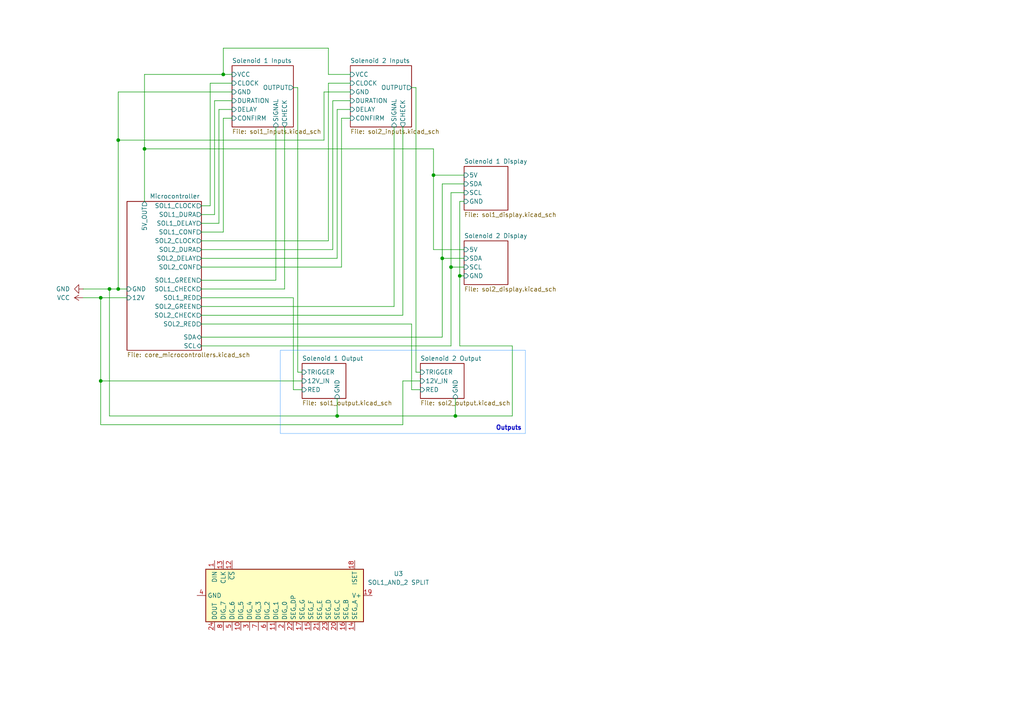
<source format=kicad_sch>
(kicad_sch
	(version 20231120)
	(generator "eeschema")
	(generator_version "8.0")
	(uuid "c8fb4b8d-0361-4798-b029-ef8709a5481b")
	(paper "A4")
	(title_block
		(title "3/4\" Garden Pipe Flow Controller")
	)
	(lib_symbols
		(symbol "Driver_LED:MAX7221xNG"
			(exclude_from_sim no)
			(in_bom yes)
			(on_board yes)
			(property "Reference" "U"
				(at -6.35 24.13 0)
				(effects
					(font
						(size 1.27 1.27)
					)
					(justify left bottom)
				)
			)
			(property "Value" "MAX7221xNG"
				(at 1.27 25.4 0)
				(effects
					(font
						(size 1.27 1.27)
					)
					(justify left top)
				)
			)
			(property "Footprint" "Package_DIP:DIP-24_W7.62mm"
				(at -1.27 1.27 0)
				(effects
					(font
						(size 1.27 1.27)
					)
					(hide yes)
				)
			)
			(property "Datasheet" "https://datasheets.maximintegrated.com/en/ds/MAX7219-MAX7221.pdf"
				(at 1.27 -3.81 0)
				(effects
					(font
						(size 1.27 1.27)
					)
					(hide yes)
				)
			)
			(property "Description" "Serially Interfaced, 8-Digit LED Display Driver, PDIP-24"
				(at 0 0 0)
				(effects
					(font
						(size 1.27 1.27)
					)
					(hide yes)
				)
			)
			(property "ki_keywords" "spi qspi microwire"
				(at 0 0 0)
				(effects
					(font
						(size 1.27 1.27)
					)
					(hide yes)
				)
			)
			(property "ki_fp_filters" "DIP*W7.62mm*"
				(at 0 0 0)
				(effects
					(font
						(size 1.27 1.27)
					)
					(hide yes)
				)
			)
			(symbol "MAX7221xNG_0_1"
				(rectangle
					(start -7.62 22.86)
					(end 7.62 -22.86)
					(stroke
						(width 0.254)
						(type default)
					)
					(fill
						(type background)
					)
				)
			)
			(symbol "MAX7221xNG_1_1"
				(pin input line
					(at -10.16 -20.32 0)
					(length 2.54)
					(name "DIN"
						(effects
							(font
								(size 1.27 1.27)
							)
						)
					)
					(number "1"
						(effects
							(font
								(size 1.27 1.27)
							)
						)
					)
				)
				(pin open_collector line
					(at 10.16 -12.7 180)
					(length 2.54)
					(name "DIG_5"
						(effects
							(font
								(size 1.27 1.27)
							)
						)
					)
					(number "10"
						(effects
							(font
								(size 1.27 1.27)
							)
						)
					)
				)
				(pin open_collector line
					(at 10.16 -2.54 180)
					(length 2.54)
					(name "DIG_1"
						(effects
							(font
								(size 1.27 1.27)
							)
						)
					)
					(number "11"
						(effects
							(font
								(size 1.27 1.27)
							)
						)
					)
				)
				(pin input line
					(at -10.16 -15.24 0)
					(length 2.54)
					(name "~{CS}"
						(effects
							(font
								(size 1.27 1.27)
							)
						)
					)
					(number "12"
						(effects
							(font
								(size 1.27 1.27)
							)
						)
					)
				)
				(pin input line
					(at -10.16 -17.78 0)
					(length 2.54)
					(name "CLK"
						(effects
							(font
								(size 1.27 1.27)
							)
						)
					)
					(number "13"
						(effects
							(font
								(size 1.27 1.27)
							)
						)
					)
				)
				(pin open_emitter line
					(at 10.16 20.32 180)
					(length 2.54)
					(name "SEG_A"
						(effects
							(font
								(size 1.27 1.27)
							)
						)
					)
					(number "14"
						(effects
							(font
								(size 1.27 1.27)
							)
						)
					)
				)
				(pin open_emitter line
					(at 10.16 7.62 180)
					(length 2.54)
					(name "SEG_F"
						(effects
							(font
								(size 1.27 1.27)
							)
						)
					)
					(number "15"
						(effects
							(font
								(size 1.27 1.27)
							)
						)
					)
				)
				(pin open_emitter line
					(at 10.16 17.78 180)
					(length 2.54)
					(name "SEG_B"
						(effects
							(font
								(size 1.27 1.27)
							)
						)
					)
					(number "16"
						(effects
							(font
								(size 1.27 1.27)
							)
						)
					)
				)
				(pin open_emitter line
					(at 10.16 5.08 180)
					(length 2.54)
					(name "SEG_G"
						(effects
							(font
								(size 1.27 1.27)
							)
						)
					)
					(number "17"
						(effects
							(font
								(size 1.27 1.27)
							)
						)
					)
				)
				(pin input line
					(at -10.16 20.32 0)
					(length 2.54)
					(name "ISET"
						(effects
							(font
								(size 1.27 1.27)
							)
						)
					)
					(number "18"
						(effects
							(font
								(size 1.27 1.27)
							)
						)
					)
				)
				(pin power_in line
					(at 0 25.4 270)
					(length 2.54)
					(name "V+"
						(effects
							(font
								(size 1.27 1.27)
							)
						)
					)
					(number "19"
						(effects
							(font
								(size 1.27 1.27)
							)
						)
					)
				)
				(pin open_collector line
					(at 10.16 0 180)
					(length 2.54)
					(name "DIG_0"
						(effects
							(font
								(size 1.27 1.27)
							)
						)
					)
					(number "2"
						(effects
							(font
								(size 1.27 1.27)
							)
						)
					)
				)
				(pin open_emitter line
					(at 10.16 15.24 180)
					(length 2.54)
					(name "SEG_C"
						(effects
							(font
								(size 1.27 1.27)
							)
						)
					)
					(number "20"
						(effects
							(font
								(size 1.27 1.27)
							)
						)
					)
				)
				(pin open_emitter line
					(at 10.16 10.16 180)
					(length 2.54)
					(name "SEG_E"
						(effects
							(font
								(size 1.27 1.27)
							)
						)
					)
					(number "21"
						(effects
							(font
								(size 1.27 1.27)
							)
						)
					)
				)
				(pin open_emitter line
					(at 10.16 2.54 180)
					(length 2.54)
					(name "SEG_DP"
						(effects
							(font
								(size 1.27 1.27)
							)
						)
					)
					(number "22"
						(effects
							(font
								(size 1.27 1.27)
							)
						)
					)
				)
				(pin open_emitter line
					(at 10.16 12.7 180)
					(length 2.54)
					(name "SEG_D"
						(effects
							(font
								(size 1.27 1.27)
							)
						)
					)
					(number "23"
						(effects
							(font
								(size 1.27 1.27)
							)
						)
					)
				)
				(pin output line
					(at 10.16 -20.32 180)
					(length 2.54)
					(name "DOUT"
						(effects
							(font
								(size 1.27 1.27)
							)
						)
					)
					(number "24"
						(effects
							(font
								(size 1.27 1.27)
							)
						)
					)
				)
				(pin open_collector line
					(at 10.16 -10.16 180)
					(length 2.54)
					(name "DIG_4"
						(effects
							(font
								(size 1.27 1.27)
							)
						)
					)
					(number "3"
						(effects
							(font
								(size 1.27 1.27)
							)
						)
					)
				)
				(pin power_in line
					(at 0 -25.4 90)
					(length 2.54)
					(name "GND"
						(effects
							(font
								(size 1.27 1.27)
							)
						)
					)
					(number "4"
						(effects
							(font
								(size 1.27 1.27)
							)
						)
					)
				)
				(pin open_collector line
					(at 10.16 -15.24 180)
					(length 2.54)
					(name "DIG_6"
						(effects
							(font
								(size 1.27 1.27)
							)
						)
					)
					(number "5"
						(effects
							(font
								(size 1.27 1.27)
							)
						)
					)
				)
				(pin open_collector line
					(at 10.16 -5.08 180)
					(length 2.54)
					(name "DIG_2"
						(effects
							(font
								(size 1.27 1.27)
							)
						)
					)
					(number "6"
						(effects
							(font
								(size 1.27 1.27)
							)
						)
					)
				)
				(pin open_collector line
					(at 10.16 -7.62 180)
					(length 2.54)
					(name "DIG_3"
						(effects
							(font
								(size 1.27 1.27)
							)
						)
					)
					(number "7"
						(effects
							(font
								(size 1.27 1.27)
							)
						)
					)
				)
				(pin open_collector line
					(at 10.16 -17.78 180)
					(length 2.54)
					(name "DIG_7"
						(effects
							(font
								(size 1.27 1.27)
							)
						)
					)
					(number "8"
						(effects
							(font
								(size 1.27 1.27)
							)
						)
					)
				)
				(pin passive line
					(at 0 -25.4 90)
					(length 2.54) hide
					(name "GND"
						(effects
							(font
								(size 1.27 1.27)
							)
						)
					)
					(number "9"
						(effects
							(font
								(size 1.27 1.27)
							)
						)
					)
				)
			)
		)
		(symbol "power:GND"
			(power)
			(pin_numbers hide)
			(pin_names
				(offset 0) hide)
			(exclude_from_sim no)
			(in_bom yes)
			(on_board yes)
			(property "Reference" "#PWR"
				(at 0 -6.35 0)
				(effects
					(font
						(size 1.27 1.27)
					)
					(hide yes)
				)
			)
			(property "Value" "GND"
				(at 0 -3.81 0)
				(effects
					(font
						(size 1.27 1.27)
					)
				)
			)
			(property "Footprint" ""
				(at 0 0 0)
				(effects
					(font
						(size 1.27 1.27)
					)
					(hide yes)
				)
			)
			(property "Datasheet" ""
				(at 0 0 0)
				(effects
					(font
						(size 1.27 1.27)
					)
					(hide yes)
				)
			)
			(property "Description" "Power symbol creates a global label with name \"GND\" , ground"
				(at 0 0 0)
				(effects
					(font
						(size 1.27 1.27)
					)
					(hide yes)
				)
			)
			(property "ki_keywords" "global power"
				(at 0 0 0)
				(effects
					(font
						(size 1.27 1.27)
					)
					(hide yes)
				)
			)
			(symbol "GND_0_1"
				(polyline
					(pts
						(xy 0 0) (xy 0 -1.27) (xy 1.27 -1.27) (xy 0 -2.54) (xy -1.27 -1.27) (xy 0 -1.27)
					)
					(stroke
						(width 0)
						(type default)
					)
					(fill
						(type none)
					)
				)
			)
			(symbol "GND_1_1"
				(pin power_in line
					(at 0 0 270)
					(length 0)
					(name "~"
						(effects
							(font
								(size 1.27 1.27)
							)
						)
					)
					(number "1"
						(effects
							(font
								(size 1.27 1.27)
							)
						)
					)
				)
			)
		)
		(symbol "power:VCC"
			(power)
			(pin_numbers hide)
			(pin_names
				(offset 0) hide)
			(exclude_from_sim no)
			(in_bom yes)
			(on_board yes)
			(property "Reference" "#PWR"
				(at 0 -3.81 0)
				(effects
					(font
						(size 1.27 1.27)
					)
					(hide yes)
				)
			)
			(property "Value" "VCC"
				(at 0 3.556 0)
				(effects
					(font
						(size 1.27 1.27)
					)
				)
			)
			(property "Footprint" ""
				(at 0 0 0)
				(effects
					(font
						(size 1.27 1.27)
					)
					(hide yes)
				)
			)
			(property "Datasheet" ""
				(at 0 0 0)
				(effects
					(font
						(size 1.27 1.27)
					)
					(hide yes)
				)
			)
			(property "Description" "Power symbol creates a global label with name \"VCC\""
				(at 0 0 0)
				(effects
					(font
						(size 1.27 1.27)
					)
					(hide yes)
				)
			)
			(property "ki_keywords" "global power"
				(at 0 0 0)
				(effects
					(font
						(size 1.27 1.27)
					)
					(hide yes)
				)
			)
			(symbol "VCC_0_1"
				(polyline
					(pts
						(xy -0.762 1.27) (xy 0 2.54)
					)
					(stroke
						(width 0)
						(type default)
					)
					(fill
						(type none)
					)
				)
				(polyline
					(pts
						(xy 0 0) (xy 0 2.54)
					)
					(stroke
						(width 0)
						(type default)
					)
					(fill
						(type none)
					)
				)
				(polyline
					(pts
						(xy 0 2.54) (xy 0.762 1.27)
					)
					(stroke
						(width 0)
						(type default)
					)
					(fill
						(type none)
					)
				)
			)
			(symbol "VCC_1_1"
				(pin power_in line
					(at 0 0 90)
					(length 0)
					(name "~"
						(effects
							(font
								(size 1.27 1.27)
							)
						)
					)
					(number "1"
						(effects
							(font
								(size 1.27 1.27)
							)
						)
					)
				)
			)
		)
	)
	(junction
		(at 34.29 40.64)
		(diameter 0)
		(color 0 0 0 0)
		(uuid "0a77c933-706a-4efb-81c5-7b2c5c611dbd")
	)
	(junction
		(at 29.21 86.36)
		(diameter 0)
		(color 0 0 0 0)
		(uuid "48836f7f-102c-43d6-a468-db0129488bf3")
	)
	(junction
		(at 133.35 80.01)
		(diameter 0)
		(color 0 0 0 0)
		(uuid "5f277499-1ffc-41b3-a94d-b00106cb2161")
	)
	(junction
		(at 34.29 83.82)
		(diameter 0)
		(color 0 0 0 0)
		(uuid "64454c39-c320-40e7-87c3-12bcf7bfee79")
	)
	(junction
		(at 125.73 50.8)
		(diameter 0)
		(color 0 0 0 0)
		(uuid "74fea736-2462-429a-ac93-25db6046c349")
	)
	(junction
		(at 132.08 120.65)
		(diameter 0)
		(color 0 0 0 0)
		(uuid "7b8672ee-5bfa-413f-b9cb-53967b2f3bb0")
	)
	(junction
		(at 41.91 43.18)
		(diameter 0)
		(color 0 0 0 0)
		(uuid "98f48fec-88d9-485a-a72c-9e20b0a53b93")
	)
	(junction
		(at 97.79 120.65)
		(diameter 0)
		(color 0 0 0 0)
		(uuid "99078ca5-9655-4e77-962a-a0caecc57bd1")
	)
	(junction
		(at 64.77 21.59)
		(diameter 0)
		(color 0 0 0 0)
		(uuid "b5d9eb64-1497-433b-9a60-7ce7465fba13")
	)
	(junction
		(at 31.75 83.82)
		(diameter 0)
		(color 0 0 0 0)
		(uuid "c12a9dee-afb7-44e8-8150-348078b928d8")
	)
	(junction
		(at 130.81 77.47)
		(diameter 0)
		(color 0 0 0 0)
		(uuid "ebfcbb6a-3817-409b-ac46-d65e05ab4e01")
	)
	(junction
		(at 128.27 74.93)
		(diameter 0)
		(color 0 0 0 0)
		(uuid "f3da940e-2595-4e7f-b532-02f8d9bc9c87")
	)
	(junction
		(at 29.21 110.49)
		(diameter 0)
		(color 0 0 0 0)
		(uuid "f99dabca-eeb1-47c7-8f17-55eb63117319")
	)
	(wire
		(pts
			(xy 60.96 59.69) (xy 58.42 59.69)
		)
		(stroke
			(width 0)
			(type default)
		)
		(uuid "0571d8b8-5d17-4295-ae59-36bf2ab482e4")
	)
	(wire
		(pts
			(xy 130.81 77.47) (xy 134.62 77.47)
		)
		(stroke
			(width 0)
			(type default)
		)
		(uuid "062d7f40-5bca-4602-92e8-0c4d69645883")
	)
	(wire
		(pts
			(xy 95.25 13.97) (xy 64.77 13.97)
		)
		(stroke
			(width 0)
			(type default)
		)
		(uuid "0782af5e-10a7-4b36-b20c-7f1c0e7c6856")
	)
	(wire
		(pts
			(xy 125.73 50.8) (xy 134.62 50.8)
		)
		(stroke
			(width 0)
			(type default)
		)
		(uuid "0d80cc55-0db0-4fdf-864b-b924ccd014da")
	)
	(wire
		(pts
			(xy 63.5 64.77) (xy 58.42 64.77)
		)
		(stroke
			(width 0)
			(type default)
		)
		(uuid "0f4600ce-1cbb-4839-b7fd-0bc1a420f2c4")
	)
	(wire
		(pts
			(xy 133.35 100.33) (xy 148.59 100.33)
		)
		(stroke
			(width 0)
			(type default)
		)
		(uuid "12554d47-9934-429e-98a1-70c80ffec60c")
	)
	(wire
		(pts
			(xy 67.31 31.75) (xy 63.5 31.75)
		)
		(stroke
			(width 0)
			(type default)
		)
		(uuid "15644ba6-c65b-43a9-afa8-13cee07629f1")
	)
	(wire
		(pts
			(xy 120.65 25.4) (xy 120.65 107.95)
		)
		(stroke
			(width 0)
			(type default)
		)
		(uuid "15ff9632-8342-44e7-bb74-ede04b4337f9")
	)
	(wire
		(pts
			(xy 95.25 21.59) (xy 95.25 13.97)
		)
		(stroke
			(width 0)
			(type default)
		)
		(uuid "164ae5c5-b24b-431c-be8f-037ddaae8772")
	)
	(wire
		(pts
			(xy 64.77 34.29) (xy 67.31 34.29)
		)
		(stroke
			(width 0)
			(type default)
		)
		(uuid "1a163f51-f8a9-4d0e-aef1-d146f14c8bef")
	)
	(wire
		(pts
			(xy 64.77 13.97) (xy 64.77 21.59)
		)
		(stroke
			(width 0)
			(type default)
		)
		(uuid "1b711c83-fc07-4b79-a2d7-65a01afacdaf")
	)
	(wire
		(pts
			(xy 96.52 72.39) (xy 58.42 72.39)
		)
		(stroke
			(width 0)
			(type default)
		)
		(uuid "1efb4d31-2d16-4d4b-be2e-ba411b815483")
	)
	(wire
		(pts
			(xy 128.27 74.93) (xy 128.27 53.34)
		)
		(stroke
			(width 0)
			(type default)
		)
		(uuid "25f61135-8f18-4ff8-b245-baf0c9e6f020")
	)
	(wire
		(pts
			(xy 58.42 91.44) (xy 116.84 91.44)
		)
		(stroke
			(width 0)
			(type default)
		)
		(uuid "26daad98-40ce-451d-aaab-abdb0cb3effe")
	)
	(wire
		(pts
			(xy 148.59 100.33) (xy 148.59 120.65)
		)
		(stroke
			(width 0)
			(type default)
		)
		(uuid "2749128f-acbf-404d-9e67-625e557512db")
	)
	(wire
		(pts
			(xy 130.81 55.88) (xy 134.62 55.88)
		)
		(stroke
			(width 0)
			(type default)
		)
		(uuid "277cba8c-a72d-46d9-be78-cf4471b6691c")
	)
	(wire
		(pts
			(xy 119.38 113.03) (xy 121.92 113.03)
		)
		(stroke
			(width 0)
			(type default)
		)
		(uuid "2ec25387-afa2-486c-b570-c5f6b55a6a3c")
	)
	(wire
		(pts
			(xy 130.81 77.47) (xy 130.81 55.88)
		)
		(stroke
			(width 0)
			(type default)
		)
		(uuid "2f51eb21-3057-425c-97b0-447174a9855a")
	)
	(wire
		(pts
			(xy 41.91 43.18) (xy 125.73 43.18)
		)
		(stroke
			(width 0)
			(type default)
		)
		(uuid "395dd5f6-c00f-432f-8f9a-39c71f6564fc")
	)
	(wire
		(pts
			(xy 86.36 25.4) (xy 86.36 107.95)
		)
		(stroke
			(width 0)
			(type default)
		)
		(uuid "3c12b0ca-c09d-40f4-ab4f-2194995d2546")
	)
	(wire
		(pts
			(xy 121.92 110.49) (xy 116.84 110.49)
		)
		(stroke
			(width 0)
			(type default)
		)
		(uuid "40d350d9-a04a-45c5-b3c5-a687b74747b0")
	)
	(wire
		(pts
			(xy 29.21 110.49) (xy 29.21 123.19)
		)
		(stroke
			(width 0)
			(type default)
		)
		(uuid "4a3fddff-b27f-429c-8002-5b6b721dc425")
	)
	(wire
		(pts
			(xy 24.13 86.36) (xy 29.21 86.36)
		)
		(stroke
			(width 0)
			(type default)
		)
		(uuid "4b681be2-59a7-423f-b491-f0c8d96b96a1")
	)
	(wire
		(pts
			(xy 82.55 36.83) (xy 82.55 83.82)
		)
		(stroke
			(width 0)
			(type default)
		)
		(uuid "5018386a-dedc-4410-bff0-f16193b103cd")
	)
	(wire
		(pts
			(xy 95.25 24.13) (xy 101.6 24.13)
		)
		(stroke
			(width 0)
			(type default)
		)
		(uuid "50321c56-001d-4d41-a849-d50c8745c5bd")
	)
	(wire
		(pts
			(xy 119.38 25.4) (xy 120.65 25.4)
		)
		(stroke
			(width 0)
			(type default)
		)
		(uuid "5211fcf1-197c-4cd2-8889-2c6b43fe07ad")
	)
	(wire
		(pts
			(xy 41.91 21.59) (xy 41.91 43.18)
		)
		(stroke
			(width 0)
			(type default)
		)
		(uuid "5943fd88-122c-449b-bcd1-a5b923c19fcf")
	)
	(wire
		(pts
			(xy 58.42 74.93) (xy 97.79 74.93)
		)
		(stroke
			(width 0)
			(type default)
		)
		(uuid "5bc9c642-0a66-43aa-b306-c995677707cf")
	)
	(wire
		(pts
			(xy 125.73 72.39) (xy 125.73 50.8)
		)
		(stroke
			(width 0)
			(type default)
		)
		(uuid "5c29bf35-898e-4e84-9ad8-2cde184103c9")
	)
	(wire
		(pts
			(xy 58.42 69.85) (xy 95.25 69.85)
		)
		(stroke
			(width 0)
			(type default)
		)
		(uuid "5c51487a-070c-4e45-8a90-45ddc1e17a58")
	)
	(wire
		(pts
			(xy 58.42 86.36) (xy 85.09 86.36)
		)
		(stroke
			(width 0)
			(type default)
		)
		(uuid "5cda63af-617d-47bb-b011-ae525c584216")
	)
	(wire
		(pts
			(xy 62.23 29.21) (xy 67.31 29.21)
		)
		(stroke
			(width 0)
			(type default)
		)
		(uuid "5f21bcb7-632a-4f82-88cb-2abe34da8279")
	)
	(wire
		(pts
			(xy 67.31 26.67) (xy 34.29 26.67)
		)
		(stroke
			(width 0)
			(type default)
		)
		(uuid "5f578082-d497-4500-b2e4-d02a3f8916ab")
	)
	(wire
		(pts
			(xy 96.52 29.21) (xy 96.52 72.39)
		)
		(stroke
			(width 0)
			(type default)
		)
		(uuid "5f781602-9fb3-4089-b32a-e7c74f5b46ad")
	)
	(wire
		(pts
			(xy 80.01 36.83) (xy 80.01 81.28)
		)
		(stroke
			(width 0)
			(type default)
		)
		(uuid "61ca0b63-64c9-4159-ad72-64bcf9ce66f3")
	)
	(wire
		(pts
			(xy 97.79 120.65) (xy 31.75 120.65)
		)
		(stroke
			(width 0)
			(type default)
		)
		(uuid "66a5ce86-f490-49a8-b24b-5ca50350e2f2")
	)
	(wire
		(pts
			(xy 97.79 115.57) (xy 97.79 120.65)
		)
		(stroke
			(width 0)
			(type default)
		)
		(uuid "677820d5-6243-435b-91f9-c03878f4e64c")
	)
	(wire
		(pts
			(xy 133.35 80.01) (xy 134.62 80.01)
		)
		(stroke
			(width 0)
			(type default)
		)
		(uuid "6bacc183-e6a6-4735-9f85-85ddcc29c192")
	)
	(wire
		(pts
			(xy 29.21 86.36) (xy 29.21 110.49)
		)
		(stroke
			(width 0)
			(type default)
		)
		(uuid "6e3de389-5c18-4827-99d2-4680c5410b46")
	)
	(wire
		(pts
			(xy 101.6 26.67) (xy 93.98 26.67)
		)
		(stroke
			(width 0)
			(type default)
		)
		(uuid "708c3b46-a4c3-4d6b-88da-927b59ad78fc")
	)
	(wire
		(pts
			(xy 64.77 67.31) (xy 64.77 34.29)
		)
		(stroke
			(width 0)
			(type default)
		)
		(uuid "73499612-a2aa-40e3-a0cf-6b9f309072c7")
	)
	(wire
		(pts
			(xy 34.29 26.67) (xy 34.29 40.64)
		)
		(stroke
			(width 0)
			(type default)
		)
		(uuid "74c7fd21-977f-4018-97f8-9729b2a8c21d")
	)
	(wire
		(pts
			(xy 97.79 74.93) (xy 97.79 31.75)
		)
		(stroke
			(width 0)
			(type default)
		)
		(uuid "77e42746-1320-4cab-a7e5-745d1a1aa410")
	)
	(wire
		(pts
			(xy 125.73 50.8) (xy 125.73 43.18)
		)
		(stroke
			(width 0)
			(type default)
		)
		(uuid "7a1f90be-2981-4fa8-bc56-59ed6b8f56c0")
	)
	(wire
		(pts
			(xy 116.84 123.19) (xy 29.21 123.19)
		)
		(stroke
			(width 0)
			(type default)
		)
		(uuid "7a3f2e70-5a25-4b5b-b72e-5b1a07087006")
	)
	(wire
		(pts
			(xy 58.42 62.23) (xy 62.23 62.23)
		)
		(stroke
			(width 0)
			(type default)
		)
		(uuid "7ce8a032-322b-4139-89df-1d7520aa4464")
	)
	(wire
		(pts
			(xy 58.42 93.98) (xy 119.38 93.98)
		)
		(stroke
			(width 0)
			(type default)
		)
		(uuid "7e507f3b-14e5-4881-855f-8f5caf42dc02")
	)
	(wire
		(pts
			(xy 97.79 31.75) (xy 101.6 31.75)
		)
		(stroke
			(width 0)
			(type default)
		)
		(uuid "7ed4c9e7-cd1c-4860-b607-8c9b19479156")
	)
	(wire
		(pts
			(xy 67.31 24.13) (xy 60.96 24.13)
		)
		(stroke
			(width 0)
			(type default)
		)
		(uuid "7f6ea84c-2acb-46cb-8b2c-6423d6fc296e")
	)
	(wire
		(pts
			(xy 85.09 113.03) (xy 87.63 113.03)
		)
		(stroke
			(width 0)
			(type default)
		)
		(uuid "80818036-52c4-4230-a23c-59ce8a344699")
	)
	(wire
		(pts
			(xy 80.01 81.28) (xy 58.42 81.28)
		)
		(stroke
			(width 0)
			(type default)
		)
		(uuid "82cae9c1-ca60-4bcd-828d-9631fa7aed87")
	)
	(wire
		(pts
			(xy 133.35 80.01) (xy 133.35 100.33)
		)
		(stroke
			(width 0)
			(type default)
		)
		(uuid "82f3633e-af34-4442-92d7-d07d52768221")
	)
	(wire
		(pts
			(xy 93.98 26.67) (xy 93.98 40.64)
		)
		(stroke
			(width 0)
			(type default)
		)
		(uuid "85ad19e0-02a7-44e1-bd00-75149d7082e5")
	)
	(wire
		(pts
			(xy 134.62 72.39) (xy 125.73 72.39)
		)
		(stroke
			(width 0)
			(type default)
		)
		(uuid "86903c46-1c1a-44d4-adc2-f362bdc44216")
	)
	(wire
		(pts
			(xy 148.59 120.65) (xy 132.08 120.65)
		)
		(stroke
			(width 0)
			(type default)
		)
		(uuid "8993d233-42a3-4dcd-b417-b291679d4835")
	)
	(wire
		(pts
			(xy 34.29 83.82) (xy 36.83 83.82)
		)
		(stroke
			(width 0)
			(type default)
		)
		(uuid "904d45c2-1e1d-48bf-b269-0648ee6bf50c")
	)
	(wire
		(pts
			(xy 82.55 83.82) (xy 58.42 83.82)
		)
		(stroke
			(width 0)
			(type default)
		)
		(uuid "91c61118-db5a-4f0e-9ba5-a4a9fe336bf2")
	)
	(wire
		(pts
			(xy 58.42 88.9) (xy 114.3 88.9)
		)
		(stroke
			(width 0)
			(type default)
		)
		(uuid "96cd87be-a6e4-43cd-9631-1d4e2d29318e")
	)
	(wire
		(pts
			(xy 67.31 21.59) (xy 64.77 21.59)
		)
		(stroke
			(width 0)
			(type default)
		)
		(uuid "98a63aa6-3e77-40b2-9735-09136cc45ba7")
	)
	(wire
		(pts
			(xy 58.42 67.31) (xy 64.77 67.31)
		)
		(stroke
			(width 0)
			(type default)
		)
		(uuid "98e21e8e-ea31-4202-9c41-73099886b704")
	)
	(wire
		(pts
			(xy 132.08 115.57) (xy 132.08 120.65)
		)
		(stroke
			(width 0)
			(type default)
		)
		(uuid "9b9ab8a7-b743-41e1-adde-77a66b227b2d")
	)
	(wire
		(pts
			(xy 120.65 107.95) (xy 121.92 107.95)
		)
		(stroke
			(width 0)
			(type default)
		)
		(uuid "a83b0253-f3d2-44a0-ab58-43acd5fbfda8")
	)
	(wire
		(pts
			(xy 132.08 120.65) (xy 97.79 120.65)
		)
		(stroke
			(width 0)
			(type default)
		)
		(uuid "a99a3326-91bd-4128-b644-22e7a88230c5")
	)
	(wire
		(pts
			(xy 128.27 97.79) (xy 128.27 74.93)
		)
		(stroke
			(width 0)
			(type default)
		)
		(uuid "ab70c420-5cd1-422a-9547-14e4860b08ee")
	)
	(wire
		(pts
			(xy 99.06 77.47) (xy 58.42 77.47)
		)
		(stroke
			(width 0)
			(type default)
		)
		(uuid "ad08ebdd-bca4-4425-8b4e-76c662223353")
	)
	(wire
		(pts
			(xy 101.6 34.29) (xy 99.06 34.29)
		)
		(stroke
			(width 0)
			(type default)
		)
		(uuid "ad128b95-d8f2-4fd2-a951-92914fb462eb")
	)
	(wire
		(pts
			(xy 116.84 91.44) (xy 116.84 36.83)
		)
		(stroke
			(width 0)
			(type default)
		)
		(uuid "ad60a5a1-c448-4ffb-878d-96c4324bffa3")
	)
	(wire
		(pts
			(xy 134.62 58.42) (xy 133.35 58.42)
		)
		(stroke
			(width 0)
			(type default)
		)
		(uuid "b583b83f-5911-4820-ad6c-651897960f64")
	)
	(wire
		(pts
			(xy 34.29 40.64) (xy 34.29 83.82)
		)
		(stroke
			(width 0)
			(type default)
		)
		(uuid "b89d8d03-6c0f-4b5a-9794-e354adfc0b58")
	)
	(wire
		(pts
			(xy 31.75 83.82) (xy 34.29 83.82)
		)
		(stroke
			(width 0)
			(type default)
		)
		(uuid "ba82e63a-e450-4a53-8895-8dfcfa21a414")
	)
	(wire
		(pts
			(xy 29.21 110.49) (xy 87.63 110.49)
		)
		(stroke
			(width 0)
			(type default)
		)
		(uuid "bc68633d-f58e-4c83-b812-0ca37dbb088d")
	)
	(wire
		(pts
			(xy 63.5 31.75) (xy 63.5 64.77)
		)
		(stroke
			(width 0)
			(type default)
		)
		(uuid "c396b4fd-1907-4f0b-a25b-791b74cb4442")
	)
	(wire
		(pts
			(xy 41.91 43.18) (xy 41.91 58.42)
		)
		(stroke
			(width 0)
			(type default)
		)
		(uuid "cd010501-4bbd-4621-939c-ad272dd3afd0")
	)
	(wire
		(pts
			(xy 58.42 97.79) (xy 128.27 97.79)
		)
		(stroke
			(width 0)
			(type default)
		)
		(uuid "d1bfa9b6-b6ab-4553-8006-d209871cc0f7")
	)
	(wire
		(pts
			(xy 85.09 25.4) (xy 86.36 25.4)
		)
		(stroke
			(width 0)
			(type default)
		)
		(uuid "d43ce86d-2c1b-4811-a330-52f7d3980cc4")
	)
	(wire
		(pts
			(xy 31.75 120.65) (xy 31.75 83.82)
		)
		(stroke
			(width 0)
			(type default)
		)
		(uuid "d56d9cad-32ab-405e-af9a-627fb1526765")
	)
	(wire
		(pts
			(xy 128.27 74.93) (xy 134.62 74.93)
		)
		(stroke
			(width 0)
			(type default)
		)
		(uuid "d6955a74-ba91-4b42-93d2-1c9e25e6063e")
	)
	(wire
		(pts
			(xy 133.35 58.42) (xy 133.35 80.01)
		)
		(stroke
			(width 0)
			(type default)
		)
		(uuid "da3edb01-31b5-4e0c-aec5-f385a8d0f4c3")
	)
	(wire
		(pts
			(xy 86.36 107.95) (xy 87.63 107.95)
		)
		(stroke
			(width 0)
			(type default)
		)
		(uuid "e15b921f-7a11-476d-95d3-58e425dc5f00")
	)
	(wire
		(pts
			(xy 101.6 29.21) (xy 96.52 29.21)
		)
		(stroke
			(width 0)
			(type default)
		)
		(uuid "e19b35ca-294f-4b35-bb4f-77891476f109")
	)
	(wire
		(pts
			(xy 95.25 69.85) (xy 95.25 24.13)
		)
		(stroke
			(width 0)
			(type default)
		)
		(uuid "e1e67b8a-7e9d-4e7e-b3a8-6d368e7cc5c3")
	)
	(wire
		(pts
			(xy 62.23 62.23) (xy 62.23 29.21)
		)
		(stroke
			(width 0)
			(type default)
		)
		(uuid "e27a8825-9e54-48c7-af0e-b330443b2c55")
	)
	(wire
		(pts
			(xy 119.38 93.98) (xy 119.38 113.03)
		)
		(stroke
			(width 0)
			(type default)
		)
		(uuid "e31fd8bc-0665-47cb-9aa9-e96880618ece")
	)
	(wire
		(pts
			(xy 64.77 21.59) (xy 41.91 21.59)
		)
		(stroke
			(width 0)
			(type default)
		)
		(uuid "e3b99066-6df8-46a2-810b-07d4d6b1af69")
	)
	(wire
		(pts
			(xy 58.42 100.33) (xy 130.81 100.33)
		)
		(stroke
			(width 0)
			(type default)
		)
		(uuid "e78d1223-8d8a-4960-8e9d-f967a08bb4fb")
	)
	(wire
		(pts
			(xy 24.13 83.82) (xy 31.75 83.82)
		)
		(stroke
			(width 0)
			(type default)
		)
		(uuid "e840f76c-0236-43d7-a763-8f27a810159d")
	)
	(wire
		(pts
			(xy 85.09 86.36) (xy 85.09 113.03)
		)
		(stroke
			(width 0)
			(type default)
		)
		(uuid "e8713cbf-05a5-439c-82cf-98aa24379ffc")
	)
	(wire
		(pts
			(xy 116.84 110.49) (xy 116.84 123.19)
		)
		(stroke
			(width 0)
			(type default)
		)
		(uuid "e88aaa77-42fa-4d77-b5e4-dcfe667b7636")
	)
	(wire
		(pts
			(xy 99.06 34.29) (xy 99.06 77.47)
		)
		(stroke
			(width 0)
			(type default)
		)
		(uuid "e941319c-c800-46c6-b988-dd04fae46e4f")
	)
	(wire
		(pts
			(xy 95.25 21.59) (xy 101.6 21.59)
		)
		(stroke
			(width 0)
			(type default)
		)
		(uuid "ea48ff79-bf7c-495b-88d5-f1975a298c25")
	)
	(wire
		(pts
			(xy 93.98 40.64) (xy 34.29 40.64)
		)
		(stroke
			(width 0)
			(type default)
		)
		(uuid "eb7825cd-403e-48b1-8d72-0d7d4000a9f5")
	)
	(wire
		(pts
			(xy 60.96 24.13) (xy 60.96 59.69)
		)
		(stroke
			(width 0)
			(type default)
		)
		(uuid "ebe47897-ad5d-487c-adda-a49566f79d6e")
	)
	(wire
		(pts
			(xy 130.81 100.33) (xy 130.81 77.47)
		)
		(stroke
			(width 0)
			(type default)
		)
		(uuid "ecbb4382-92d5-4cf5-b3f9-c89e042f8ef8")
	)
	(wire
		(pts
			(xy 114.3 88.9) (xy 114.3 36.83)
		)
		(stroke
			(width 0)
			(type default)
		)
		(uuid "eefb47c3-00fa-4a87-8c02-bad557900379")
	)
	(wire
		(pts
			(xy 128.27 53.34) (xy 134.62 53.34)
		)
		(stroke
			(width 0)
			(type default)
		)
		(uuid "fe2a1785-9a15-4a01-b67b-ece7e40ea9b9")
	)
	(wire
		(pts
			(xy 29.21 86.36) (xy 36.83 86.36)
		)
		(stroke
			(width 0)
			(type default)
		)
		(uuid "fe8eb708-c795-4032-872d-93ca72de6322")
	)
	(rectangle
		(start 81.28 101.6)
		(end 152.4 125.73)
		(stroke
			(width 0.0508)
			(type solid)
			(color 10 131 255 1)
		)
		(fill
			(type none)
		)
		(uuid 9316b791-f9ab-4af9-849c-f634efc9bf9a)
	)
	(text "Outputs"
		(exclude_from_sim no)
		(at 147.574 124.206 0)
		(effects
			(font
				(size 1.27 1.27)
				(thickness 0.254)
				(bold yes)
			)
		)
		(uuid "9d6d7533-7d99-430a-a0c7-8751ec2183f8")
	)
	(symbol
		(lib_id "power:GND")
		(at 24.13 83.82 270)
		(unit 1)
		(exclude_from_sim no)
		(in_bom yes)
		(on_board yes)
		(dnp no)
		(fields_autoplaced yes)
		(uuid "315534a8-e273-4b0c-aaad-8bce651773b7")
		(property "Reference" "#PWR06"
			(at 17.78 83.82 0)
			(effects
				(font
					(size 1.27 1.27)
				)
				(hide yes)
			)
		)
		(property "Value" "GND"
			(at 20.32 83.8199 90)
			(effects
				(font
					(size 1.27 1.27)
				)
				(justify right)
			)
		)
		(property "Footprint" ""
			(at 24.13 83.82 0)
			(effects
				(font
					(size 1.27 1.27)
				)
				(hide yes)
			)
		)
		(property "Datasheet" ""
			(at 24.13 83.82 0)
			(effects
				(font
					(size 1.27 1.27)
				)
				(hide yes)
			)
		)
		(property "Description" "Power symbol creates a global label with name \"GND\" , ground"
			(at 24.13 83.82 0)
			(effects
				(font
					(size 1.27 1.27)
				)
				(hide yes)
			)
		)
		(pin "1"
			(uuid "7fbf3f44-468e-4f81-a703-890ae8cc020a")
		)
		(instances
			(project "flowcontrol"
				(path "/c8fb4b8d-0361-4798-b029-ef8709a5481b"
					(reference "#PWR06")
					(unit 1)
				)
			)
		)
	)
	(symbol
		(lib_id "power:VCC")
		(at 24.13 86.36 90)
		(unit 1)
		(exclude_from_sim no)
		(in_bom yes)
		(on_board yes)
		(dnp no)
		(fields_autoplaced yes)
		(uuid "44d3f0d4-b2b1-4853-94a4-5064c568594f")
		(property "Reference" "#PWR05"
			(at 27.94 86.36 0)
			(effects
				(font
					(size 1.27 1.27)
				)
				(hide yes)
			)
		)
		(property "Value" "VCC"
			(at 20.32 86.3599 90)
			(effects
				(font
					(size 1.27 1.27)
				)
				(justify left)
			)
		)
		(property "Footprint" ""
			(at 24.13 86.36 0)
			(effects
				(font
					(size 1.27 1.27)
				)
				(hide yes)
			)
		)
		(property "Datasheet" ""
			(at 24.13 86.36 0)
			(effects
				(font
					(size 1.27 1.27)
				)
				(hide yes)
			)
		)
		(property "Description" "Power symbol creates a global label with name \"VCC\""
			(at 24.13 86.36 0)
			(effects
				(font
					(size 1.27 1.27)
				)
				(hide yes)
			)
		)
		(pin "1"
			(uuid "0d2f59ae-f25b-4bf3-8a99-7488f6e5acce")
		)
		(instances
			(project ""
				(path "/c8fb4b8d-0361-4798-b029-ef8709a5481b"
					(reference "#PWR05")
					(unit 1)
				)
			)
		)
	)
	(symbol
		(lib_id "Driver_LED:MAX7221xNG")
		(at 82.55 172.72 270)
		(unit 1)
		(exclude_from_sim no)
		(in_bom yes)
		(on_board yes)
		(dnp no)
		(fields_autoplaced yes)
		(uuid "7d588d6b-6bc3-4dca-a1db-3ddfceb3a16f")
		(property "Reference" "U3"
			(at 115.57 166.4014 90)
			(effects
				(font
					(size 1.27 1.27)
				)
			)
		)
		(property "Value" "SOL1_AND_2 SPLIT"
			(at 115.57 168.9414 90)
			(effects
				(font
					(size 1.27 1.27)
				)
			)
		)
		(property "Footprint" "Package_DIP:DIP-28_W7.62mm"
			(at 83.82 171.45 0)
			(effects
				(font
					(size 1.27 1.27)
				)
				(hide yes)
			)
		)
		(property "Datasheet" "https://datasheets.maximintegrated.com/en/ds/MAX7219-MAX7221.pdf"
			(at 78.74 173.99 0)
			(effects
				(font
					(size 1.27 1.27)
				)
				(hide yes)
			)
		)
		(property "Description" "Serially Interfaced, 8-Digit LED Display Driver, PDIP-24"
			(at 82.55 172.72 0)
			(effects
				(font
					(size 1.27 1.27)
				)
				(hide yes)
			)
		)
		(pin "15"
			(uuid "f72b3c96-b895-4ae4-bad0-0e597b2dfafd")
		)
		(pin "5"
			(uuid "822852b6-47b3-4688-b380-1ea501248c5d")
		)
		(pin "14"
			(uuid "bd517303-b8fc-410f-bbff-5c51aafc59de")
		)
		(pin "10"
			(uuid "a2406e25-469e-4730-a9ef-989664b22de2")
		)
		(pin "12"
			(uuid "8afaa40b-b9bc-438e-a30b-e0474a867e0d")
		)
		(pin "16"
			(uuid "a8e03c90-3c79-4c86-99f8-520b2367d910")
		)
		(pin "18"
			(uuid "c01a7853-2a4c-4485-b954-7f5334d234e4")
		)
		(pin "19"
			(uuid "0762e84f-93a2-4899-a558-4bb1e7466cfc")
		)
		(pin "20"
			(uuid "6785a2a5-1117-4d91-bca0-f5e634d0b0ed")
		)
		(pin "6"
			(uuid "39398fec-8736-4a17-a342-1aabd6128996")
		)
		(pin "3"
			(uuid "4823f959-c7d3-4abd-8265-5adad1298670")
		)
		(pin "9"
			(uuid "3d88a16b-66da-4729-81ba-56fd336144e0")
		)
		(pin "7"
			(uuid "72cf26a2-c11f-464a-b447-ac361564eb86")
		)
		(pin "22"
			(uuid "66ef561a-1a1b-44a8-b3fc-17014350b8cd")
		)
		(pin "4"
			(uuid "21d803e2-675b-42e8-b4d0-6d35f517f6ae")
		)
		(pin "24"
			(uuid "2dc77719-4778-4f87-9b4f-eea144a8ae9c")
		)
		(pin "23"
			(uuid "74f35c5a-b21a-411d-a952-0ca8912b8466")
		)
		(pin "21"
			(uuid "954f3932-efc8-4e13-aafb-aba951fe8e96")
		)
		(pin "11"
			(uuid "ea7133cc-6894-450a-8c7c-5529bebd6520")
		)
		(pin "8"
			(uuid "a8e23c0c-6e1d-423c-99d2-17e420edf459")
		)
		(pin "17"
			(uuid "116e5ec6-b86a-4af3-ab78-73b453043e46")
		)
		(pin "1"
			(uuid "84ef7627-8135-4ec9-90a1-7337ae2a60b4")
		)
		(pin "2"
			(uuid "2894f0d9-d786-4e3b-b9de-ab2c622f6e76")
		)
		(pin "13"
			(uuid "8eb96067-83a5-4536-9b2f-9bb32faa1c75")
		)
		(instances
			(project ""
				(path "/c8fb4b8d-0361-4798-b029-ef8709a5481b"
					(reference "U3")
					(unit 1)
				)
			)
		)
	)
	(sheet
		(at 36.83 58.42)
		(size 21.59 43.18)
		(stroke
			(width 0.1524)
			(type solid)
		)
		(fill
			(color 0 0 0 0.0000)
		)
		(uuid "21aff996-0b09-425d-9ddf-2ee2460dab57")
		(property "Sheetname" "Microcontroller"
			(at 43.434 57.658 0)
			(effects
				(font
					(size 1.27 1.27)
				)
				(justify left bottom)
			)
		)
		(property "Sheetfile" "core_microcontrollers.kicad_sch"
			(at 36.83 102.1846 0)
			(effects
				(font
					(size 1.27 1.27)
				)
				(justify left top)
			)
		)
		(pin "SOL2_CONF" output
			(at 58.42 77.47 0)
			(effects
				(font
					(size 1.27 1.27)
				)
				(justify right)
			)
			(uuid "39e47d3a-8d92-4be2-88d5-cb9556a786c9")
		)
		(pin "SOL2_DURA" output
			(at 58.42 72.39 0)
			(effects
				(font
					(size 1.27 1.27)
				)
				(justify right)
			)
			(uuid "b15819f5-bd6e-4c19-b51a-545b9c186643")
		)
		(pin "SOL2_CLOCK" output
			(at 58.42 69.85 0)
			(effects
				(font
					(size 1.27 1.27)
				)
				(justify right)
			)
			(uuid "a82c8af1-5395-4118-8c9c-7e53e4fe59b1")
		)
		(pin "SOL2_DELAY" output
			(at 58.42 74.93 0)
			(effects
				(font
					(size 1.27 1.27)
				)
				(justify right)
			)
			(uuid "60e5c205-96fc-4508-bdbe-103a1c9e5bf2")
		)
		(pin "SDA" bidirectional
			(at 58.42 97.79 0)
			(effects
				(font
					(size 1.27 1.27)
				)
				(justify right)
			)
			(uuid "d9fd5575-0f4c-48f0-b7a4-658ea67838c6")
		)
		(pin "SCL" bidirectional
			(at 58.42 100.33 0)
			(effects
				(font
					(size 1.27 1.27)
				)
				(justify right)
			)
			(uuid "1d59f348-c104-4899-9254-b975e3e20b1e")
		)
		(pin "SOL2_CHECK" output
			(at 58.42 91.44 0)
			(effects
				(font
					(size 1.27 1.27)
				)
				(justify right)
			)
			(uuid "113bf269-b7d4-4532-a74b-3e9fa80dcfa8")
		)
		(pin "SOL1_CHECK" output
			(at 58.42 83.82 0)
			(effects
				(font
					(size 1.27 1.27)
				)
				(justify right)
			)
			(uuid "c29ffff1-8870-4f43-89e2-12a748c5f86f")
		)
		(pin "SOL1_GREEN" output
			(at 58.42 81.28 0)
			(effects
				(font
					(size 1.27 1.27)
				)
				(justify right)
			)
			(uuid "67465a03-ec19-4d31-a92d-38fe6a75ae09")
		)
		(pin "SOL2_RED" output
			(at 58.42 93.98 0)
			(effects
				(font
					(size 1.27 1.27)
				)
				(justify right)
			)
			(uuid "90d53941-35b6-4f8d-9384-31a8fb06333c")
		)
		(pin "SOL2_GREEN" output
			(at 58.42 88.9 0)
			(effects
				(font
					(size 1.27 1.27)
				)
				(justify right)
			)
			(uuid "3eea4f01-857a-440e-a649-7533c17b2388")
		)
		(pin "SOL1_RED" output
			(at 58.42 86.36 0)
			(effects
				(font
					(size 1.27 1.27)
				)
				(justify right)
			)
			(uuid "61f0d75d-4bdb-4d32-8851-3cf65d87c963")
		)
		(pin "SOL1_CLOCK" output
			(at 58.42 59.69 0)
			(effects
				(font
					(size 1.27 1.27)
				)
				(justify right)
			)
			(uuid "41324fe4-00f5-43cd-b30b-20886e2e177d")
		)
		(pin "SOL1_DURA" output
			(at 58.42 62.23 0)
			(effects
				(font
					(size 1.27 1.27)
				)
				(justify right)
			)
			(uuid "f4a03ba4-0569-4e48-86d5-720de33ec460")
		)
		(pin "SOL1_DELAY" output
			(at 58.42 64.77 0)
			(effects
				(font
					(size 1.27 1.27)
				)
				(justify right)
			)
			(uuid "fba7d9d9-4915-46a2-a6dd-8858b611b02d")
		)
		(pin "SOL1_CONF" output
			(at 58.42 67.31 0)
			(effects
				(font
					(size 1.27 1.27)
				)
				(justify right)
			)
			(uuid "b1c6b5b7-dc34-4487-906f-3bbc8a5e4d0f")
		)
		(pin "5V_OUT" output
			(at 41.91 58.42 90)
			(effects
				(font
					(size 1.27 1.27)
				)
				(justify right)
			)
			(uuid "2e9b7dab-8c10-4887-8ebb-729a4f56c84f")
		)
		(pin "12V" input
			(at 36.83 86.36 180)
			(effects
				(font
					(size 1.27 1.27)
				)
				(justify left)
			)
			(uuid "570baa1d-be32-4343-99fe-15ee3b96789c")
		)
		(pin "GND" input
			(at 36.83 83.82 180)
			(effects
				(font
					(size 1.27 1.27)
				)
				(justify left)
			)
			(uuid "13d3dea0-86f6-4da6-907d-0d246df8bb78")
		)
		(instances
			(project "flowcontrol redo"
				(path "/c8fb4b8d-0361-4798-b029-ef8709a5481b"
					(page "4")
				)
			)
		)
	)
	(sheet
		(at 121.92 105.41)
		(size 12.7 10.16)
		(fields_autoplaced yes)
		(stroke
			(width 0.1524)
			(type solid)
		)
		(fill
			(color 0 0 0 0.0000)
		)
		(uuid "26d69ebe-2b14-4723-aef8-59425f36d1f3")
		(property "Sheetname" "Solenoid 2 Output"
			(at 121.92 104.6984 0)
			(effects
				(font
					(size 1.27 1.27)
				)
				(justify left bottom)
			)
		)
		(property "Sheetfile" "sol2_output.kicad_sch"
			(at 121.92 116.1546 0)
			(effects
				(font
					(size 1.27 1.27)
				)
				(justify left top)
			)
		)
		(pin "TRIGGER" input
			(at 121.92 107.95 180)
			(effects
				(font
					(size 1.27 1.27)
				)
				(justify left)
			)
			(uuid "0da265c9-b81c-4cf1-bbcd-76de1d6e263a")
		)
		(pin "RED" input
			(at 121.92 113.03 180)
			(effects
				(font
					(size 1.27 1.27)
				)
				(justify left)
			)
			(uuid "40b1b444-b4dc-474b-888d-c305c2ba6b48")
		)
		(pin "GND" input
			(at 132.08 115.57 270)
			(effects
				(font
					(size 1.27 1.27)
				)
				(justify left)
			)
			(uuid "b8b470e0-dcce-4b49-94dc-88841e3b6755")
		)
		(pin "12V_IN" input
			(at 121.92 110.49 180)
			(effects
				(font
					(size 1.27 1.27)
				)
				(justify left)
			)
			(uuid "4b623372-a755-420c-815f-3c92274a6a87")
		)
		(instances
			(project "flowcontrol redo"
				(path "/c8fb4b8d-0361-4798-b029-ef8709a5481b"
					(page "6")
				)
			)
		)
	)
	(sheet
		(at 67.31 19.05)
		(size 17.78 17.78)
		(fields_autoplaced yes)
		(stroke
			(width 0.1524)
			(type solid)
		)
		(fill
			(color 0 0 0 0.0000)
		)
		(uuid "862b8b50-7656-48d5-b6a2-1748483f71db")
		(property "Sheetname" "Solenoid 1 Inputs"
			(at 67.31 18.3384 0)
			(effects
				(font
					(size 1.27 1.27)
				)
				(justify left bottom)
			)
		)
		(property "Sheetfile" "sol1_inputs.kicad_sch"
			(at 67.31 37.4146 0)
			(effects
				(font
					(size 1.27 1.27)
				)
				(justify left top)
			)
		)
		(pin "DURATION" input
			(at 67.31 29.21 180)
			(effects
				(font
					(size 1.27 1.27)
				)
				(justify left)
			)
			(uuid "8e958442-0445-4d46-b176-66299e3d6e8e")
		)
		(pin "GND" input
			(at 67.31 26.67 180)
			(effects
				(font
					(size 1.27 1.27)
				)
				(justify left)
			)
			(uuid "ce609e3e-db9e-473d-97a7-3fa9bed77943")
		)
		(pin "VCC" input
			(at 67.31 21.59 180)
			(effects
				(font
					(size 1.27 1.27)
				)
				(justify left)
			)
			(uuid "7ec82a3a-fe06-4789-84b9-c872d854c75d")
		)
		(pin "CLOCK" input
			(at 67.31 24.13 180)
			(effects
				(font
					(size 1.27 1.27)
				)
				(justify left)
			)
			(uuid "988267c3-5031-4f74-827c-3dad6e5ae849")
		)
		(pin "CONFIRM" input
			(at 67.31 34.29 180)
			(effects
				(font
					(size 1.27 1.27)
				)
				(justify left)
			)
			(uuid "56eaf8e2-9b7b-495f-9ad1-fc0b97b1be94")
		)
		(pin "DELAY" input
			(at 67.31 31.75 180)
			(effects
				(font
					(size 1.27 1.27)
				)
				(justify left)
			)
			(uuid "c1b37198-ba0b-4789-b20b-dd91770c83a0")
		)
		(pin "SIGNAL" input
			(at 80.01 36.83 270)
			(effects
				(font
					(size 1.27 1.27)
				)
				(justify left)
			)
			(uuid "aa9fa817-05f9-43bf-9288-b8644152cae5")
		)
		(pin "CHECK" output
			(at 82.55 36.83 270)
			(effects
				(font
					(size 1.27 1.27)
				)
				(justify left)
			)
			(uuid "9d752a93-fe1f-4a16-a578-4f87b5a624fc")
		)
		(pin "OUTPUT" output
			(at 85.09 25.4 0)
			(effects
				(font
					(size 1.27 1.27)
				)
				(justify right)
			)
			(uuid "b24fd1d3-2afb-4b48-8c45-c6aa813ffeef")
		)
		(instances
			(project "flowcontrol redo"
				(path "/c8fb4b8d-0361-4798-b029-ef8709a5481b"
					(page "2")
				)
			)
		)
	)
	(sheet
		(at 134.62 48.26)
		(size 12.7 12.7)
		(fields_autoplaced yes)
		(stroke
			(width 0.1524)
			(type solid)
		)
		(fill
			(color 0 0 0 0.0000)
		)
		(uuid "bda1ed04-6897-4e69-b924-e662610f3fe6")
		(property "Sheetname" "Solenoid 1 Display"
			(at 134.62 47.5484 0)
			(effects
				(font
					(size 1.27 1.27)
				)
				(justify left bottom)
			)
		)
		(property "Sheetfile" "sol1_display.kicad_sch"
			(at 134.62 61.5446 0)
			(effects
				(font
					(size 1.27 1.27)
				)
				(justify left top)
			)
		)
		(pin "5V" input
			(at 134.62 50.8 180)
			(effects
				(font
					(size 1.27 1.27)
				)
				(justify left)
			)
			(uuid "588eb33f-ae22-468e-b177-4a8d1c558ee4")
		)
		(pin "SCL" input
			(at 134.62 55.88 180)
			(effects
				(font
					(size 1.27 1.27)
				)
				(justify left)
			)
			(uuid "afb4c93e-3fea-4853-9bad-ac392bbcb56f")
		)
		(pin "GND" input
			(at 134.62 58.42 180)
			(effects
				(font
					(size 1.27 1.27)
				)
				(justify left)
			)
			(uuid "2030ca75-ea47-4c56-820d-1f51a0709efd")
		)
		(pin "SDA" input
			(at 134.62 53.34 180)
			(effects
				(font
					(size 1.27 1.27)
				)
				(justify left)
			)
			(uuid "f165f964-9b65-4124-a1c9-3f69249871bb")
		)
		(instances
			(project "flowcontrol redo"
				(path "/c8fb4b8d-0361-4798-b029-ef8709a5481b"
					(page "7")
				)
			)
		)
	)
	(sheet
		(at 87.63 105.41)
		(size 12.7 10.16)
		(fields_autoplaced yes)
		(stroke
			(width 0.1524)
			(type solid)
		)
		(fill
			(color 0 0 0 0.0000)
		)
		(uuid "e7501852-2e13-483b-b108-2a6b83c28583")
		(property "Sheetname" "Solenoid 1 Output"
			(at 87.63 104.6984 0)
			(effects
				(font
					(size 1.27 1.27)
				)
				(justify left bottom)
			)
		)
		(property "Sheetfile" "sol1_output.kicad_sch"
			(at 87.63 116.1546 0)
			(effects
				(font
					(size 1.27 1.27)
				)
				(justify left top)
			)
		)
		(pin "RED" input
			(at 87.63 113.03 180)
			(effects
				(font
					(size 1.27 1.27)
				)
				(justify left)
			)
			(uuid "989d34d0-031f-45b0-8612-f54e7425702d")
		)
		(pin "TRIGGER" input
			(at 87.63 107.95 180)
			(effects
				(font
					(size 1.27 1.27)
				)
				(justify left)
			)
			(uuid "a863bdbe-459e-439d-8abf-08a44224b276")
		)
		(pin "12V_IN" input
			(at 87.63 110.49 180)
			(effects
				(font
					(size 1.27 1.27)
				)
				(justify left)
			)
			(uuid "525718eb-6bfa-45a3-9c5e-1dec0089213d")
		)
		(pin "GND" input
			(at 97.79 115.57 270)
			(effects
				(font
					(size 1.27 1.27)
				)
				(justify left)
			)
			(uuid "f328b18f-11de-403e-95f3-ce312a801721")
		)
		(instances
			(project "flowcontrol redo"
				(path "/c8fb4b8d-0361-4798-b029-ef8709a5481b"
					(page "5")
				)
			)
		)
	)
	(sheet
		(at 101.6 19.05)
		(size 17.78 17.78)
		(fields_autoplaced yes)
		(stroke
			(width 0.1524)
			(type solid)
		)
		(fill
			(color 0 0 0 0.0000)
		)
		(uuid "f632a596-2a77-458a-80f1-cd2c27313419")
		(property "Sheetname" "Solenoid 2 Inputs"
			(at 101.6 18.3384 0)
			(effects
				(font
					(size 1.27 1.27)
				)
				(justify left bottom)
			)
		)
		(property "Sheetfile" "sol2_inputs.kicad_sch"
			(at 101.6 37.4146 0)
			(effects
				(font
					(size 1.27 1.27)
				)
				(justify left top)
			)
		)
		(pin "CLOCK" input
			(at 101.6 24.13 180)
			(effects
				(font
					(size 1.27 1.27)
				)
				(justify left)
			)
			(uuid "19aa739c-7f68-4daf-b720-e58bfe5583e9")
		)
		(pin "DURATION" input
			(at 101.6 29.21 180)
			(effects
				(font
					(size 1.27 1.27)
				)
				(justify left)
			)
			(uuid "669baabd-9173-4c0a-a41b-dc14d2d22110")
		)
		(pin "VCC" input
			(at 101.6 21.59 180)
			(effects
				(font
					(size 1.27 1.27)
				)
				(justify left)
			)
			(uuid "22eb426c-751a-4edb-b5bb-f0eba9864bd6")
		)
		(pin "CONFIRM" input
			(at 101.6 34.29 180)
			(effects
				(font
					(size 1.27 1.27)
				)
				(justify left)
			)
			(uuid "8e7800ba-d864-4b16-b092-cec0ffa879a1")
		)
		(pin "DELAY" input
			(at 101.6 31.75 180)
			(effects
				(font
					(size 1.27 1.27)
				)
				(justify left)
			)
			(uuid "f507a0cb-605d-46ff-907a-1f1822867764")
		)
		(pin "GND" input
			(at 101.6 26.67 180)
			(effects
				(font
					(size 1.27 1.27)
				)
				(justify left)
			)
			(uuid "44b1ea21-d984-4dcc-a369-a771f88382a4")
		)
		(pin "SIGNAL" input
			(at 114.3 36.83 270)
			(effects
				(font
					(size 1.27 1.27)
				)
				(justify left)
			)
			(uuid "feaadbe9-dcf9-4ccb-80dd-863b634b8a16")
		)
		(pin "OUTPUT" output
			(at 119.38 25.4 0)
			(effects
				(font
					(size 1.27 1.27)
				)
				(justify right)
			)
			(uuid "ab8a65e2-67fe-47ef-8a6c-7c3c748aab53")
		)
		(pin "CHECK" output
			(at 116.84 36.83 270)
			(effects
				(font
					(size 1.27 1.27)
				)
				(justify left)
			)
			(uuid "62292ad5-d9b8-4de2-abd5-ddd2eb0d8e27")
		)
		(instances
			(project "flowcontrol redo"
				(path "/c8fb4b8d-0361-4798-b029-ef8709a5481b"
					(page "3")
				)
			)
		)
	)
	(sheet
		(at 134.62 69.85)
		(size 12.7 12.7)
		(fields_autoplaced yes)
		(stroke
			(width 0.1524)
			(type solid)
		)
		(fill
			(color 0 0 0 0.0000)
		)
		(uuid "ff65343e-e678-4d54-acd4-5f7145ef73fd")
		(property "Sheetname" "Solenoid 2 Display"
			(at 134.62 69.1384 0)
			(effects
				(font
					(size 1.27 1.27)
				)
				(justify left bottom)
			)
		)
		(property "Sheetfile" "sol2_display.kicad_sch"
			(at 134.62 83.1346 0)
			(effects
				(font
					(size 1.27 1.27)
				)
				(justify left top)
			)
		)
		(pin "GND" input
			(at 134.62 80.01 180)
			(effects
				(font
					(size 1.27 1.27)
				)
				(justify left)
			)
			(uuid "bcd20c15-c934-477e-9e8d-21a5e0dca6ba")
		)
		(pin "SDA" input
			(at 134.62 74.93 180)
			(effects
				(font
					(size 1.27 1.27)
				)
				(justify left)
			)
			(uuid "1137af72-7932-48c1-a627-e8f6f60b49f2")
		)
		(pin "SCL" input
			(at 134.62 77.47 180)
			(effects
				(font
					(size 1.27 1.27)
				)
				(justify left)
			)
			(uuid "150f9fec-d137-461c-bd9b-eb963d33bbc5")
		)
		(pin "5V" input
			(at 134.62 72.39 180)
			(effects
				(font
					(size 1.27 1.27)
				)
				(justify left)
			)
			(uuid "670d4e0f-8daa-4164-9044-941dd796e190")
		)
		(instances
			(project "flowcontrol redo"
				(path "/c8fb4b8d-0361-4798-b029-ef8709a5481b"
					(page "8")
				)
			)
		)
	)
	(sheet_instances
		(path "/"
			(page "1")
		)
	)
)

</source>
